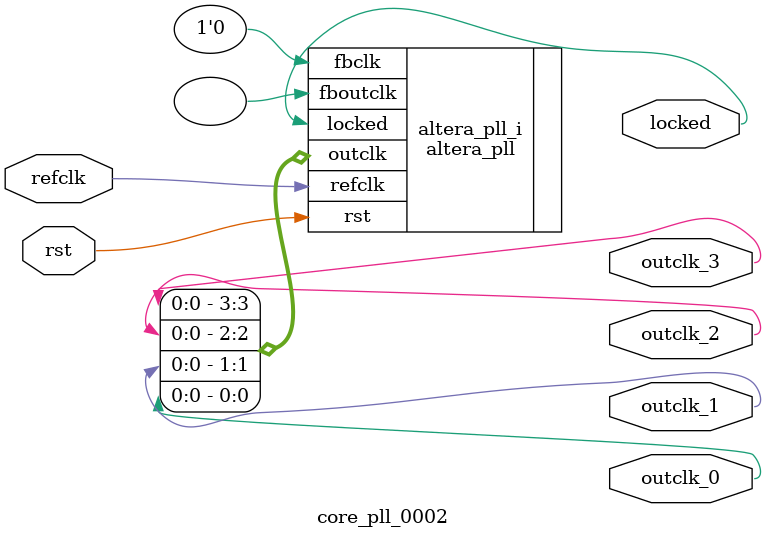
<source format=v>
`timescale 1ns/10ps
module  core_pll_0002(

	// interface 'refclk'
	input wire refclk,

	// interface 'reset'
	input wire rst,

	// interface 'outclk0'
	output wire outclk_0,

	// interface 'outclk1'
	output wire outclk_1,

	// interface 'outclk2'
	output wire outclk_2,

	// interface 'outclk3'
	output wire outclk_3,

	// interface 'locked'
	output wire locked
);

	altera_pll #(
		.fractional_vco_multiplier("true"),
		.reference_clock_frequency("74.25 MHz"),
		.operation_mode("direct"),
		.number_of_clocks(4),
		.output_clock_frequency0("53.600000 MHz"),
		.phase_shift0("0 ps"),
		.duty_cycle0(50),
		.output_clock_frequency1("6.700000 MHz"),
		.phase_shift1("0 ps"),
		.duty_cycle1(50),
		.output_clock_frequency2("6.700000 MHz"),
		.phase_shift2("37313 ps"),
		.duty_cycle2(50),
		.output_clock_frequency3("6.700000 MHz"),
		.phase_shift3("74627 ps"),
		.duty_cycle3(50),
		.output_clock_frequency4("0 MHz"),
		.phase_shift4("0 ps"),
		.duty_cycle4(50),
		.output_clock_frequency5("0 MHz"),
		.phase_shift5("0 ps"),
		.duty_cycle5(50),
		.output_clock_frequency6("0 MHz"),
		.phase_shift6("0 ps"),
		.duty_cycle6(50),
		.output_clock_frequency7("0 MHz"),
		.phase_shift7("0 ps"),
		.duty_cycle7(50),
		.output_clock_frequency8("0 MHz"),
		.phase_shift8("0 ps"),
		.duty_cycle8(50),
		.output_clock_frequency9("0 MHz"),
		.phase_shift9("0 ps"),
		.duty_cycle9(50),
		.output_clock_frequency10("0 MHz"),
		.phase_shift10("0 ps"),
		.duty_cycle10(50),
		.output_clock_frequency11("0 MHz"),
		.phase_shift11("0 ps"),
		.duty_cycle11(50),
		.output_clock_frequency12("0 MHz"),
		.phase_shift12("0 ps"),
		.duty_cycle12(50),
		.output_clock_frequency13("0 MHz"),
		.phase_shift13("0 ps"),
		.duty_cycle13(50),
		.output_clock_frequency14("0 MHz"),
		.phase_shift14("0 ps"),
		.duty_cycle14(50),
		.output_clock_frequency15("0 MHz"),
		.phase_shift15("0 ps"),
		.duty_cycle15(50),
		.output_clock_frequency16("0 MHz"),
		.phase_shift16("0 ps"),
		.duty_cycle16(50),
		.output_clock_frequency17("0 MHz"),
		.phase_shift17("0 ps"),
		.duty_cycle17(50),
		.pll_type("General"),
		.pll_subtype("General")
	) altera_pll_i (
		.rst	(rst),
		.outclk	({outclk_3, outclk_2, outclk_1, outclk_0}),
		.locked	(locked),
		.fboutclk	( ),
		.fbclk	(1'b0),
		.refclk	(refclk)
	);
endmodule


</source>
